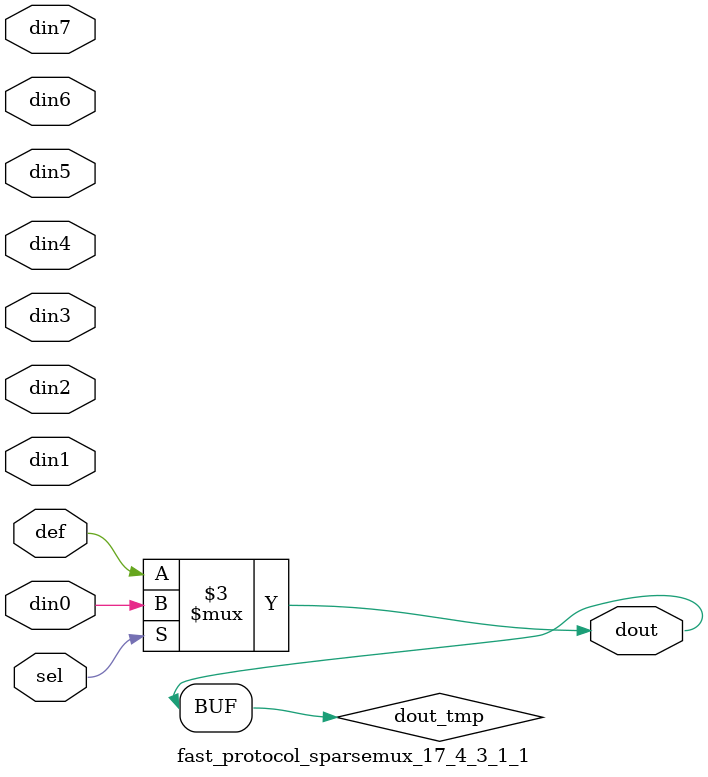
<source format=v>
`timescale 1ns / 1ps

module fast_protocol_sparsemux_17_4_3_1_1 (din0,din1,din2,din3,din4,din5,din6,din7,def,sel,dout);

parameter din0_WIDTH = 1;

parameter din1_WIDTH = 1;

parameter din2_WIDTH = 1;

parameter din3_WIDTH = 1;

parameter din4_WIDTH = 1;

parameter din5_WIDTH = 1;

parameter din6_WIDTH = 1;

parameter din7_WIDTH = 1;

parameter def_WIDTH = 1;
parameter sel_WIDTH = 1;
parameter dout_WIDTH = 1;

parameter [sel_WIDTH-1:0] CASE0 = 1;

parameter [sel_WIDTH-1:0] CASE1 = 1;

parameter [sel_WIDTH-1:0] CASE2 = 1;

parameter [sel_WIDTH-1:0] CASE3 = 1;

parameter [sel_WIDTH-1:0] CASE4 = 1;

parameter [sel_WIDTH-1:0] CASE5 = 1;

parameter [sel_WIDTH-1:0] CASE6 = 1;

parameter [sel_WIDTH-1:0] CASE7 = 1;

parameter ID = 1;
parameter NUM_STAGE = 1;



input [din0_WIDTH-1:0] din0;

input [din1_WIDTH-1:0] din1;

input [din2_WIDTH-1:0] din2;

input [din3_WIDTH-1:0] din3;

input [din4_WIDTH-1:0] din4;

input [din5_WIDTH-1:0] din5;

input [din6_WIDTH-1:0] din6;

input [din7_WIDTH-1:0] din7;

input [def_WIDTH-1:0] def;
input [sel_WIDTH-1:0] sel;

output [dout_WIDTH-1:0] dout;



reg [dout_WIDTH-1:0] dout_tmp;


always @ (*) begin
(* parallel_case *) case (sel)
    
    CASE0 : dout_tmp = din0;
    
    CASE1 : dout_tmp = din1;
    
    CASE2 : dout_tmp = din2;
    
    CASE3 : dout_tmp = din3;
    
    CASE4 : dout_tmp = din4;
    
    CASE5 : dout_tmp = din5;
    
    CASE6 : dout_tmp = din6;
    
    CASE7 : dout_tmp = din7;
    
    default : dout_tmp = def;
endcase
end


assign dout = dout_tmp;



endmodule

</source>
